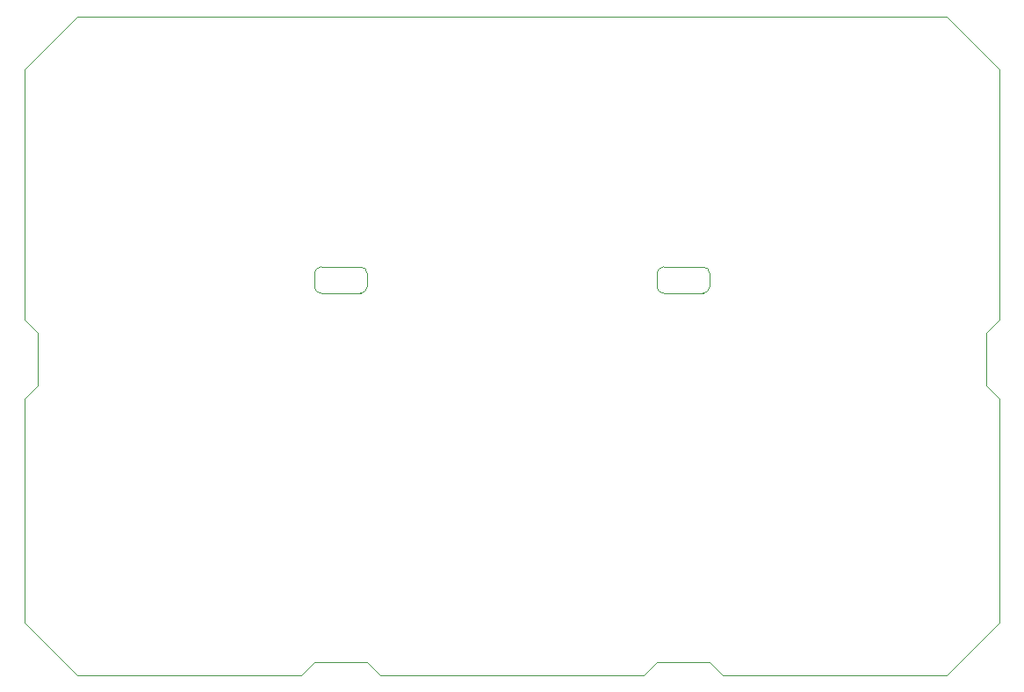
<source format=gbr>
%TF.GenerationSoftware,KiCad,Pcbnew,9.0.3+dfsg-1*%
%TF.CreationDate,2025-12-19T19:54:46+01:00*%
%TF.ProjectId,schematics,73636865-6d61-4746-9963-732e6b696361,rev?*%
%TF.SameCoordinates,Original*%
%TF.FileFunction,Profile,NP*%
%FSLAX46Y46*%
G04 Gerber Fmt 4.6, Leading zero omitted, Abs format (unit mm)*
G04 Created by KiCad (PCBNEW 9.0.3+dfsg-1) date 2025-12-19 19:54:46*
%MOMM*%
%LPD*%
G01*
G04 APERTURE LIST*
%TA.AperFunction,Profile*%
%ADD10C,0.050000*%
%TD*%
G04 APERTURE END LIST*
D10*
X86030000Y-93015000D02*
X86030000Y-91745000D01*
X85395000Y-91110000D02*
X81585000Y-91110000D01*
X81585000Y-93650000D02*
X85395000Y-93650000D01*
X146990000Y-72060000D02*
X146990000Y-96190000D01*
X145720000Y-97460000D01*
X145720000Y-102540000D01*
X146990000Y-103810000D01*
X146990000Y-125400000D01*
X141910000Y-130480000D01*
X120320000Y-130480000D01*
X119050000Y-129210000D01*
X113970000Y-129210000D01*
X112700000Y-130480000D01*
X87300000Y-130480000D01*
X86030000Y-129210000D01*
X80950000Y-129210000D01*
X79680000Y-130480000D01*
X58090000Y-130480000D01*
X53010000Y-125400000D01*
X53010000Y-103810000D01*
X54280000Y-102540000D01*
X54280000Y-97460000D01*
X53010000Y-96190000D01*
X53010000Y-72060000D01*
X58090000Y-66980000D01*
X141910000Y-66980000D01*
X146990000Y-72060000D01*
X86030000Y-93015000D02*
G75*
G02*
X85395000Y-93650000I-635000J0D01*
G01*
X119050000Y-91745000D02*
X119050000Y-93015000D01*
X114605000Y-93650000D02*
G75*
G02*
X113970000Y-93015000I0J635000D01*
G01*
X85395000Y-91110000D02*
G75*
G02*
X86030000Y-91745000I0J-635000D01*
G01*
X113970000Y-91745000D02*
G75*
G02*
X114605000Y-91110000I635000J0D01*
G01*
X118415000Y-93650000D02*
X114605000Y-93650000D01*
X119050000Y-93015000D02*
G75*
G02*
X118415000Y-93650000I-635000J0D01*
G01*
X81585000Y-93650000D02*
G75*
G02*
X80950000Y-93015000I0J635000D01*
G01*
X80950000Y-91745000D02*
X80950000Y-93015000D01*
X80950000Y-91745000D02*
G75*
G02*
X81585000Y-91110000I635000J0D01*
G01*
X113970000Y-93015000D02*
X113970000Y-91745000D01*
X118415000Y-91110000D02*
G75*
G02*
X119050000Y-91745000I0J-635000D01*
G01*
X114605000Y-91110000D02*
X118415000Y-91110000D01*
M02*

</source>
